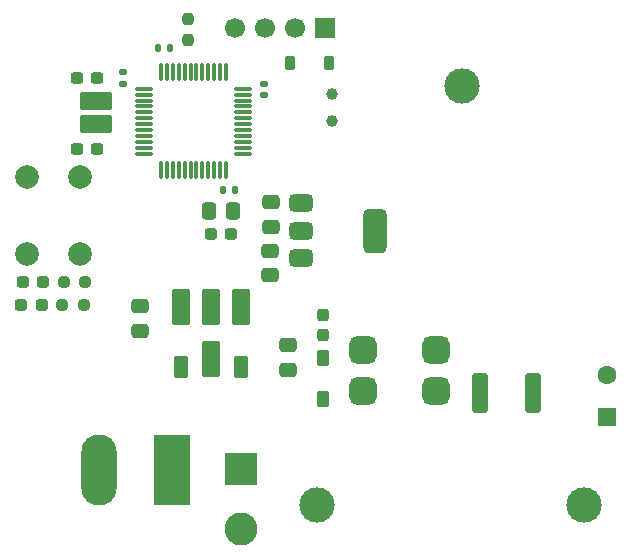
<source format=gbr>
%TF.GenerationSoftware,KiCad,Pcbnew,9.0.4*%
%TF.CreationDate,2025-10-16T14:37:17+03:00*%
%TF.ProjectId,ECAD_main,45434144-5f6d-4616-996e-2e6b69636164,rev?*%
%TF.SameCoordinates,Original*%
%TF.FileFunction,Soldermask,Top*%
%TF.FilePolarity,Negative*%
%FSLAX46Y46*%
G04 Gerber Fmt 4.6, Leading zero omitted, Abs format (unit mm)*
G04 Created by KiCad (PCBNEW 9.0.4) date 2025-10-16 14:37:17*
%MOMM*%
%LPD*%
G01*
G04 APERTURE LIST*
G04 Aperture macros list*
%AMRoundRect*
0 Rectangle with rounded corners*
0 $1 Rounding radius*
0 $2 $3 $4 $5 $6 $7 $8 $9 X,Y pos of 4 corners*
0 Add a 4 corners polygon primitive as box body*
4,1,4,$2,$3,$4,$5,$6,$7,$8,$9,$2,$3,0*
0 Add four circle primitives for the rounded corners*
1,1,$1+$1,$2,$3*
1,1,$1+$1,$4,$5*
1,1,$1+$1,$6,$7*
1,1,$1+$1,$8,$9*
0 Add four rect primitives between the rounded corners*
20,1,$1+$1,$2,$3,$4,$5,0*
20,1,$1+$1,$4,$5,$6,$7,0*
20,1,$1+$1,$6,$7,$8,$9,0*
20,1,$1+$1,$8,$9,$2,$3,0*%
G04 Aperture macros list end*
%ADD10C,1.000000*%
%ADD11C,2.000000*%
%ADD12RoundRect,0.250000X0.550000X-0.550000X0.550000X0.550000X-0.550000X0.550000X-0.550000X-0.550000X0*%
%ADD13C,1.600000*%
%ADD14RoundRect,0.237500X-0.287500X-0.237500X0.287500X-0.237500X0.287500X0.237500X-0.287500X0.237500X0*%
%ADD15RoundRect,0.225000X-0.225000X-0.375000X0.225000X-0.375000X0.225000X0.375000X-0.225000X0.375000X0*%
%ADD16RoundRect,0.140000X-0.170000X0.140000X-0.170000X-0.140000X0.170000X-0.140000X0.170000X0.140000X0*%
%ADD17C,3.000000*%
%ADD18RoundRect,0.237500X-0.300000X-0.237500X0.300000X-0.237500X0.300000X0.237500X-0.300000X0.237500X0*%
%ADD19RoundRect,0.575000X-0.575000X-0.575000X0.575000X-0.575000X0.575000X0.575000X-0.575000X0.575000X0*%
%ADD20RoundRect,0.140000X0.170000X-0.140000X0.170000X0.140000X-0.170000X0.140000X-0.170000X-0.140000X0*%
%ADD21RoundRect,0.237500X-0.250000X-0.237500X0.250000X-0.237500X0.250000X0.237500X-0.250000X0.237500X0*%
%ADD22RoundRect,0.250000X-0.475000X0.337500X-0.475000X-0.337500X0.475000X-0.337500X0.475000X0.337500X0*%
%ADD23RoundRect,0.140000X0.140000X0.170000X-0.140000X0.170000X-0.140000X-0.170000X0.140000X-0.170000X0*%
%ADD24RoundRect,0.140000X-0.140000X-0.170000X0.140000X-0.170000X0.140000X0.170000X-0.140000X0.170000X0*%
%ADD25RoundRect,0.250000X0.337500X0.475000X-0.337500X0.475000X-0.337500X-0.475000X0.337500X-0.475000X0*%
%ADD26RoundRect,0.100400X-0.401600X0.561600X-0.401600X-0.561600X0.401600X-0.561600X0.401600X0.561600X0*%
%ADD27RoundRect,0.250000X0.400000X1.450000X-0.400000X1.450000X-0.400000X-1.450000X0.400000X-1.450000X0*%
%ADD28RoundRect,0.250000X0.475000X-0.337500X0.475000X0.337500X-0.475000X0.337500X-0.475000X-0.337500X0*%
%ADD29RoundRect,0.101600X0.625000X-1.435000X0.625000X1.435000X-0.625000X1.435000X-0.625000X-1.435000X0*%
%ADD30RoundRect,0.101600X-0.525000X0.790000X-0.525000X-0.790000X0.525000X-0.790000X0.525000X0.790000X0*%
%ADD31RoundRect,0.101600X-0.625000X1.435000X-0.625000X-1.435000X0.625000X-1.435000X0.625000X1.435000X0*%
%ADD32R,2.800000X2.800000*%
%ADD33C,2.800000*%
%ADD34RoundRect,0.150000X-1.200000X0.600000X-1.200000X-0.600000X1.200000X-0.600000X1.200000X0.600000X0*%
%ADD35R,3.020000X6.020000*%
%ADD36O,3.020000X6.020000*%
%ADD37RoundRect,0.237500X-0.237500X0.250000X-0.237500X-0.250000X0.237500X-0.250000X0.237500X0.250000X0*%
%ADD38RoundRect,0.075000X-0.662500X-0.075000X0.662500X-0.075000X0.662500X0.075000X-0.662500X0.075000X0*%
%ADD39RoundRect,0.075000X-0.075000X-0.662500X0.075000X-0.662500X0.075000X0.662500X-0.075000X0.662500X0*%
%ADD40RoundRect,0.375000X-0.625000X-0.375000X0.625000X-0.375000X0.625000X0.375000X-0.625000X0.375000X0*%
%ADD41RoundRect,0.500000X-0.500000X-1.400000X0.500000X-1.400000X0.500000X1.400000X-0.500000X1.400000X0*%
%ADD42R,1.700000X1.700000*%
%ADD43C,1.700000*%
%ADD44RoundRect,0.237500X-0.237500X0.287500X-0.237500X-0.287500X0.237500X-0.287500X0.237500X0.287500X0*%
G04 APERTURE END LIST*
D10*
%TO.C,TP2*%
X40000000Y-31700000D03*
%TD*%
D11*
%TO.C,SW1*%
X14162500Y-45250000D03*
X14162500Y-38750000D03*
X18662500Y-45250000D03*
X18662500Y-38750000D03*
%TD*%
D12*
%TO.C,C10*%
X63250000Y-59000000D03*
D13*
X63250000Y-55500000D03*
%TD*%
D14*
%TO.C,D2*%
X13787500Y-47587500D03*
X15537500Y-47587500D03*
%TD*%
%TO.C,FB1*%
X29712500Y-43587500D03*
X31462500Y-43587500D03*
%TD*%
D15*
%TO.C,D1*%
X36437500Y-29087500D03*
X39737500Y-29087500D03*
%TD*%
D16*
%TO.C,C6*%
X22250000Y-29857500D03*
X22250000Y-30817500D03*
%TD*%
D17*
%TO.C,F1*%
X38700000Y-66500000D03*
X61300000Y-66500000D03*
%TD*%
D18*
%TO.C,C9*%
X18387500Y-36337500D03*
X20112500Y-36337500D03*
%TD*%
D19*
%TO.C,FL1*%
X48800000Y-56850000D03*
X42600000Y-56850000D03*
X48800000Y-53350000D03*
X42600000Y-53350000D03*
%TD*%
D20*
%TO.C,C4*%
X34250000Y-31817500D03*
X34250000Y-30857500D03*
%TD*%
D21*
%TO.C,R2*%
X17250000Y-47587500D03*
X19075000Y-47587500D03*
%TD*%
D22*
%TO.C,C12*%
X23750000Y-49675000D03*
X23750000Y-51750000D03*
%TD*%
D14*
%TO.C,D3*%
X13662500Y-49587500D03*
X15412500Y-49587500D03*
%TD*%
D23*
%TO.C,C5*%
X26230000Y-27837500D03*
X25270000Y-27837500D03*
%TD*%
D24*
%TO.C,C3*%
X30770000Y-39837500D03*
X31730000Y-39837500D03*
%TD*%
D17*
%TO.C,TP3*%
X51000000Y-31000000D03*
%TD*%
D25*
%TO.C,C1*%
X31625000Y-41587500D03*
X29550000Y-41587500D03*
%TD*%
D26*
%TO.C,D4*%
X39250000Y-54020000D03*
X39250000Y-57480000D03*
%TD*%
D27*
%TO.C,F2*%
X56975000Y-57000000D03*
X52525000Y-57000000D03*
%TD*%
D28*
%TO.C,C14*%
X34750000Y-47037500D03*
X34750000Y-44962500D03*
%TD*%
%TO.C,C13*%
X34800000Y-42952500D03*
X34800000Y-40877500D03*
%TD*%
D29*
%TO.C,D9*%
X32281330Y-49712500D03*
X29741330Y-49712500D03*
X27201330Y-49712500D03*
D30*
X27201330Y-54787500D03*
D31*
X29741330Y-54142500D03*
D30*
X32281330Y-54787500D03*
%TD*%
D18*
%TO.C,C8*%
X18387500Y-30337500D03*
X20112500Y-30337500D03*
%TD*%
D28*
%TO.C,C15*%
X36250000Y-55037500D03*
X36250000Y-52962500D03*
%TD*%
D32*
%TO.C,J2*%
X32250000Y-63455000D03*
D33*
X32250000Y-68535000D03*
%TD*%
D34*
%TO.C,Y1*%
X20000000Y-34200000D03*
X20000000Y-32300000D03*
%TD*%
D21*
%TO.C,R3*%
X17125000Y-49587500D03*
X18950000Y-49587500D03*
%TD*%
D35*
%TO.C,J3*%
X26450000Y-63500000D03*
D36*
X20250000Y-63500000D03*
%TD*%
D10*
%TO.C,TP1*%
X40000000Y-34000000D03*
%TD*%
D37*
%TO.C,R1*%
X27750000Y-25337500D03*
X27750000Y-27162500D03*
%TD*%
D38*
%TO.C,U1*%
X24087500Y-31250000D03*
X24087500Y-31750000D03*
X24087500Y-32250000D03*
X24087500Y-32750000D03*
X24087500Y-33250000D03*
X24087500Y-33750000D03*
X24087500Y-34250000D03*
X24087500Y-34750000D03*
X24087500Y-35250000D03*
X24087500Y-35750000D03*
X24087500Y-36250000D03*
X24087500Y-36750000D03*
D39*
X25500000Y-38162500D03*
X26000000Y-38162500D03*
X26500000Y-38162500D03*
X27000000Y-38162500D03*
X27500000Y-38162500D03*
X28000000Y-38162500D03*
X28500000Y-38162500D03*
X29000000Y-38162500D03*
X29500000Y-38162500D03*
X30000000Y-38162500D03*
X30500000Y-38162500D03*
X31000000Y-38162500D03*
D38*
X32412500Y-36750000D03*
X32412500Y-36250000D03*
X32412500Y-35750000D03*
X32412500Y-35250000D03*
X32412500Y-34750000D03*
X32412500Y-34250000D03*
X32412500Y-33750000D03*
X32412500Y-33250000D03*
X32412500Y-32750000D03*
X32412500Y-32250000D03*
X32412500Y-31750000D03*
X32412500Y-31250000D03*
D39*
X31000000Y-29837500D03*
X30500000Y-29837500D03*
X30000000Y-29837500D03*
X29500000Y-29837500D03*
X29000000Y-29837500D03*
X28500000Y-29837500D03*
X28000000Y-29837500D03*
X27500000Y-29837500D03*
X27000000Y-29837500D03*
X26500000Y-29837500D03*
X26000000Y-29837500D03*
X25500000Y-29837500D03*
%TD*%
D40*
%TO.C,U2*%
X37350000Y-40950000D03*
X37350000Y-43250000D03*
D41*
X43650000Y-43250000D03*
D40*
X37350000Y-45550000D03*
%TD*%
D42*
%TO.C,J1*%
X39397500Y-26087500D03*
D43*
X36857500Y-26087500D03*
X34317500Y-26087500D03*
X31777500Y-26087500D03*
%TD*%
D44*
%TO.C,D8*%
X39250000Y-50375000D03*
X39250000Y-52125000D03*
%TD*%
M02*

</source>
